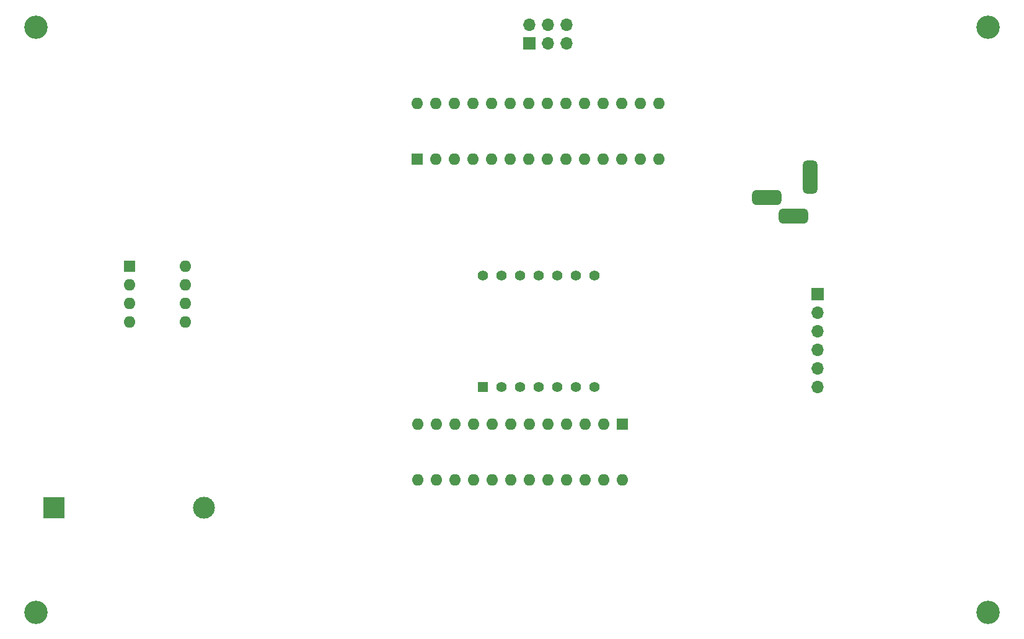
<source format=gbr>
%TF.GenerationSoftware,KiCad,Pcbnew,(6.0.5)*%
%TF.CreationDate,2022-07-26T14:11:09-07:00*%
%TF.ProjectId,Final schematic,46696e61-6c20-4736-9368-656d61746963,rev?*%
%TF.SameCoordinates,PX4b17a20PY8a12ae0*%
%TF.FileFunction,Soldermask,Bot*%
%TF.FilePolarity,Negative*%
%FSLAX46Y46*%
G04 Gerber Fmt 4.6, Leading zero omitted, Abs format (unit mm)*
G04 Created by KiCad (PCBNEW (6.0.5)) date 2022-07-26 14:11:09*
%MOMM*%
%LPD*%
G01*
G04 APERTURE LIST*
G04 Aperture macros list*
%AMRoundRect*
0 Rectangle with rounded corners*
0 $1 Rounding radius*
0 $2 $3 $4 $5 $6 $7 $8 $9 X,Y pos of 4 corners*
0 Add a 4 corners polygon primitive as box body*
4,1,4,$2,$3,$4,$5,$6,$7,$8,$9,$2,$3,0*
0 Add four circle primitives for the rounded corners*
1,1,$1+$1,$2,$3*
1,1,$1+$1,$4,$5*
1,1,$1+$1,$6,$7*
1,1,$1+$1,$8,$9*
0 Add four rect primitives between the rounded corners*
20,1,$1+$1,$2,$3,$4,$5,0*
20,1,$1+$1,$4,$5,$6,$7,0*
20,1,$1+$1,$6,$7,$8,$9,0*
20,1,$1+$1,$8,$9,$2,$3,0*%
G04 Aperture macros list end*
%ADD10C,3.200000*%
%ADD11R,1.700000X1.700000*%
%ADD12O,1.700000X1.700000*%
%ADD13R,1.400000X1.400000*%
%ADD14C,1.400000*%
%ADD15R,1.600000X1.600000*%
%ADD16O,1.600000X1.600000*%
%ADD17R,3.000000X3.000000*%
%ADD18C,3.000000*%
%ADD19RoundRect,0.500000X0.500000X-1.750000X0.500000X1.750000X-0.500000X1.750000X-0.500000X-1.750000X0*%
%ADD20RoundRect,0.500000X1.500000X0.500000X-1.500000X0.500000X-1.500000X-0.500000X1.500000X-0.500000X0*%
G04 APERTURE END LIST*
D10*
%TO.C,H4*%
X136260000Y4780000D03*
%TD*%
D11*
%TO.C,J3*%
X73660000Y82550000D03*
D12*
X73660000Y85090000D03*
X76200000Y82550000D03*
X76200000Y85090000D03*
X78740000Y82550000D03*
X78740000Y85090000D03*
%TD*%
D11*
%TO.C,J2*%
X113030000Y48260000D03*
D12*
X113030000Y45720000D03*
X113030000Y43180000D03*
X113030000Y40640000D03*
X113030000Y38100000D03*
X113030000Y35560000D03*
%TD*%
D13*
%TO.C,DS1*%
X67310000Y35560000D03*
D14*
X69850000Y35560000D03*
X72390000Y35560000D03*
X74930000Y35560000D03*
X77470000Y35560000D03*
X80010000Y35560000D03*
X82550000Y35560000D03*
X82550000Y50800000D03*
X80010000Y50800000D03*
X77470000Y50800000D03*
X74930000Y50800000D03*
X72390000Y50800000D03*
X69850000Y50800000D03*
X67310000Y50800000D03*
%TD*%
D15*
%TO.C,U1*%
X58350000Y66685000D03*
D16*
X60890000Y66685000D03*
X63430000Y66685000D03*
X65970000Y66685000D03*
X68510000Y66685000D03*
X71050000Y66685000D03*
X73590000Y66685000D03*
X76130000Y66685000D03*
X78670000Y66685000D03*
X81210000Y66685000D03*
X83750000Y66685000D03*
X86290000Y66685000D03*
X88830000Y66685000D03*
X91370000Y66685000D03*
X91370000Y74305000D03*
X88830000Y74305000D03*
X86290000Y74305000D03*
X83750000Y74305000D03*
X81210000Y74305000D03*
X78670000Y74305000D03*
X76130000Y74305000D03*
X73590000Y74305000D03*
X71050000Y74305000D03*
X68510000Y74305000D03*
X65970000Y74305000D03*
X63430000Y74305000D03*
X60890000Y74305000D03*
X58350000Y74305000D03*
%TD*%
D10*
%TO.C,H2*%
X136260000Y84780000D03*
%TD*%
%TO.C,H3*%
X6260000Y4780000D03*
%TD*%
D15*
%TO.C,U4*%
X19060000Y52060000D03*
D16*
X19060000Y49520000D03*
X19060000Y46980000D03*
X19060000Y44440000D03*
X26680000Y44440000D03*
X26680000Y46980000D03*
X26680000Y49520000D03*
X26680000Y52060000D03*
%TD*%
D17*
%TO.C,BT1*%
X8706314Y19049983D03*
D18*
X29196314Y19049983D03*
%TD*%
D10*
%TO.C,H1*%
X6260000Y84780000D03*
%TD*%
D15*
%TO.C,U3*%
X86365000Y30480000D03*
D16*
X83825000Y30480000D03*
X81285000Y30480000D03*
X78745000Y30480000D03*
X76205000Y30480000D03*
X73665000Y30480000D03*
X71125000Y30480000D03*
X68585000Y30480000D03*
X66045000Y30480000D03*
X63505000Y30480000D03*
X60965000Y30480000D03*
X58425000Y30480000D03*
X58425000Y22860000D03*
X60965000Y22860000D03*
X63505000Y22860000D03*
X66045000Y22860000D03*
X68585000Y22860000D03*
X71125000Y22860000D03*
X73665000Y22860000D03*
X76205000Y22860000D03*
X78745000Y22860000D03*
X81285000Y22860000D03*
X83825000Y22860000D03*
X86365000Y22860000D03*
%TD*%
D19*
%TO.C,J1*%
X112028000Y64228000D03*
D20*
X109728000Y58928000D03*
X106028000Y61428000D03*
%TD*%
M02*

</source>
